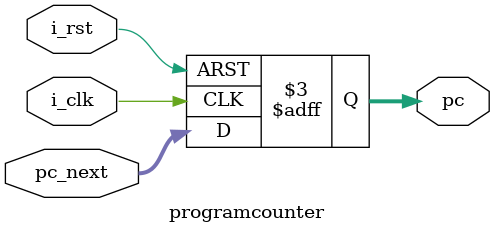
<source format=sv>
module brc (   								 /*----------------Already Checked-----------------*/
  input  logic [31:0] rs1_data, rs2_data,
  input  logic        br_unsigned,
  output logic        br_less, br_equal
);

  addsub addsubcomp (
    .inA         (rs1_data   ),
    .inB         (rs2_data   ),
    .neg_sel     (1'b1       ),
    .unsigned_sel(br_unsigned),
    .result      (           ),
    .less_than   (br_less    ),
    .equal       (br_equal   )
  );

endmodule

module addsub (
  input  [31:0] inA         ,
  input  [31:0] inB         ,
  input         neg_sel     ,
  input         unsigned_sel,
  output [31:0] result      ,
  output        less_than   ,
  output        equal
);

  wire [32:0] extendedA, extendedB;
  assign extendedA = unsigned_sel ? {1'b0, inA} : {1'(inA[31]), inA};
  assign extendedB = unsigned_sel ? {1'b0, inB} : {1'(inB[31]), inB};

  wire [32:0] newB;
  assign newB = neg_sel ? (~extendedB + 1'b1) : extendedB;

  assign {less_than, result} = extendedA + newB;

  assign equal = (result == 32'd0);
endmodule

module programcounter(                               /*----------------Already Checked-----------------*/
  input logic         i_clk  , 
  input logic         i_rst  ,
  input logic  [31:0] pc_next, 
  output logic [31:0] pc
  
);
    always_ff @(posedge i_clk or negedge i_rst) begin
    	if (~i_rst) begin
  	     	pc = 0;
	    end else begin
        	pc = pc_next;  	   
	  end
  end
endmodule

</source>
